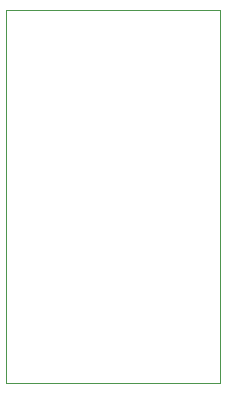
<source format=gbr>
%TF.GenerationSoftware,KiCad,Pcbnew,7.0.9*%
%TF.CreationDate,2024-01-18T21:49:24+01:00*%
%TF.ProjectId,pcb-design,7063622d-6465-4736-9967-6e2e6b696361,rev?*%
%TF.SameCoordinates,Original*%
%TF.FileFunction,Profile,NP*%
%FSLAX46Y46*%
G04 Gerber Fmt 4.6, Leading zero omitted, Abs format (unit mm)*
G04 Created by KiCad (PCBNEW 7.0.9) date 2024-01-18 21:49:24*
%MOMM*%
%LPD*%
G01*
G04 APERTURE LIST*
%TA.AperFunction,Profile*%
%ADD10C,0.100000*%
%TD*%
G04 APERTURE END LIST*
D10*
X140661000Y-118961000D02*
X158775000Y-118961000D01*
X158775000Y-150527000D01*
X140661000Y-150527000D01*
X140661000Y-118961000D01*
M02*

</source>
